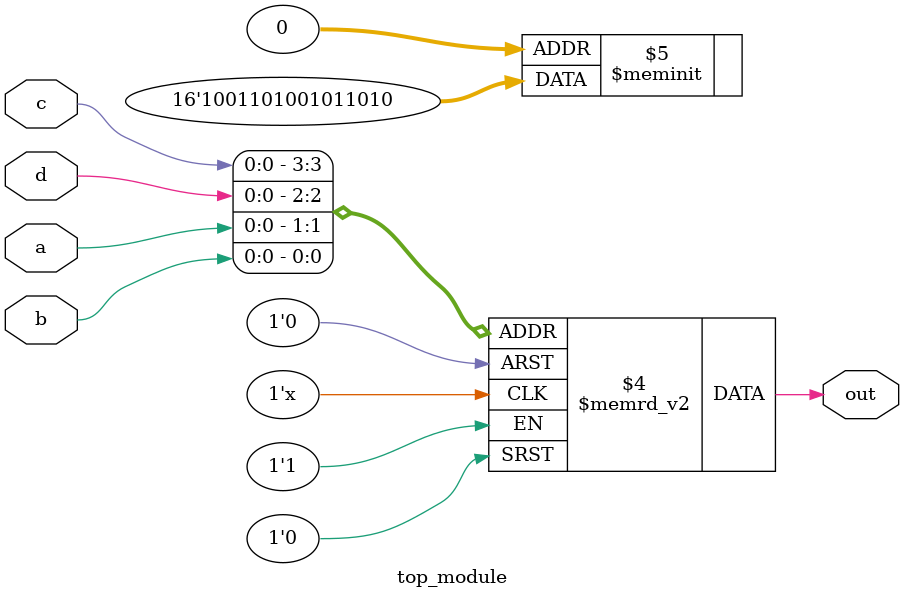
<source format=sv>
module top_module (
	input a, 
	input b,
	input c,
	input d,
	output reg out
);

always @(*) begin
	case ({c, d, a, b})
		4'b0000, 
        4'b0010, 
        4'b0101, 
        4'b0111, 
        4'b1010,
        4'b1101, 
        4'b1000, 
        4'b1110: out = 1'b0;
		default: out = 1'b1;
	endcase
end

endmodule

</source>
